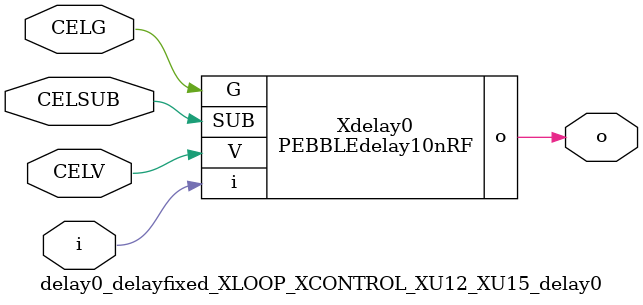
<source format=v>



module PEBBLEdelay10nRF ( o, V, G, i, SUB );

  input V;
  input i;
  input G;
  output o;
  input SUB;
endmodule

//Celera Confidential Do Not Copy delay0_delayfixed_XLOOP_XCONTROL_XU12_XU15_delay0
//TYPE: fixed 10ns
module delay0_delayfixed_XLOOP_XCONTROL_XU12_XU15_delay0 (i, CELV, o,
CELG,CELSUB);
input CELV;
input i;
output o;
input CELSUB;
input CELG;

//Celera Confidential Do Not Copy delayfast0
PEBBLEdelay10nRF Xdelay0(
.V (CELV),
.i (i),
.o (o),
.G (CELG),
.SUB (CELSUB)
);
//,diesize,PEBBLEdelay10nRF

//Celera Confidential Do Not Copy Module End
//Celera Schematic Generator
endmodule

</source>
